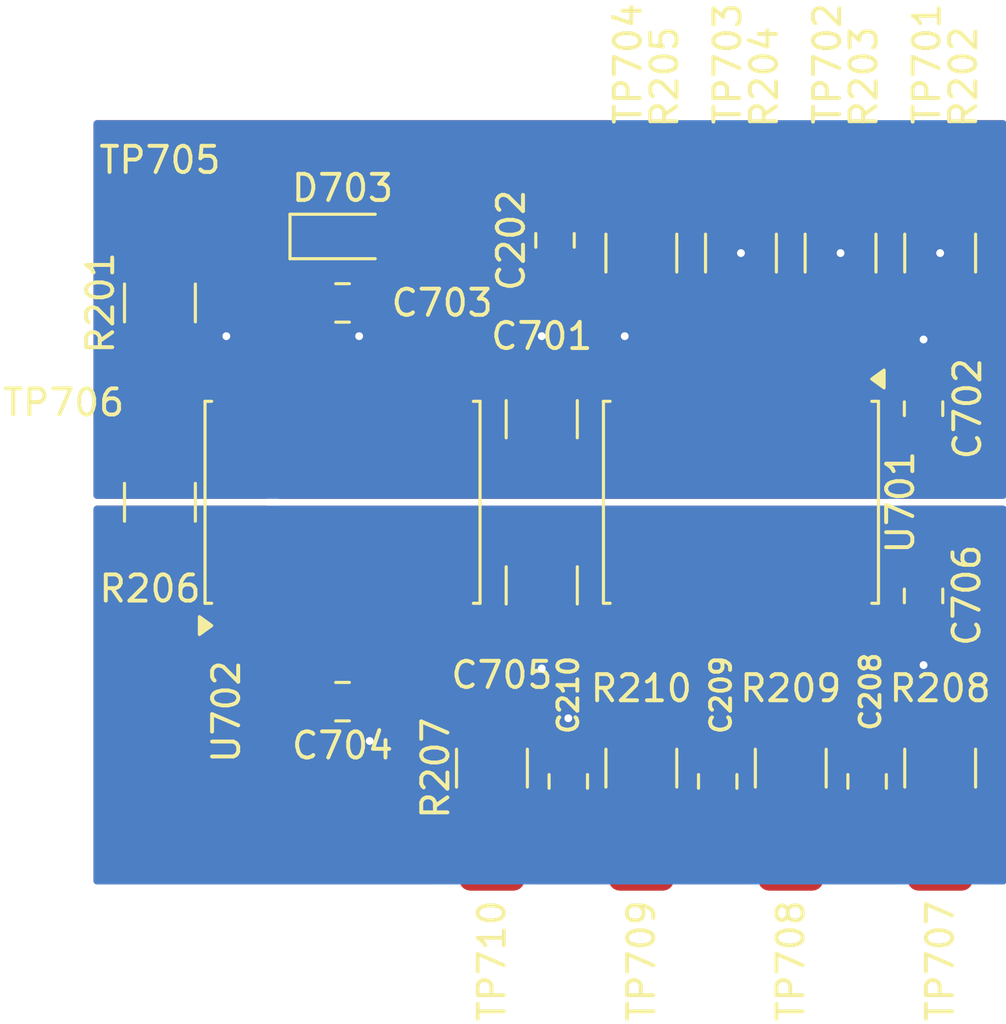
<source format=kicad_pcb>
(kicad_pcb (version 20240108) (generator "pcbnew") (generator_version "8.0")
  (layers (0 "F.Cu" mixed) (31 "B.Cu" mixed) (34 "B.Paste" user) (35 "F.Paste" user) (36 "B.SilkS" user "B.Silkscreen") (37 "F.SilkS" user "F.Silkscreen") (38 "B.Mask" user) (39 "F.Mask" user) (44 "Edge.Cuts" user))
  (net 0 "")
  (net 1 "/SDO_ISO")
  (net 2 "GNDI")
  (net 3 "GND")
  (net 4 "/~{CS}")
  (net 5 "/SCKL")
  (net 6 "/SDI")
  (net 7 "+5VI")
  (net 8 "+5VA_digital-interface")
  (net 9 "/~{CS_ISO}")
  (net 10 "/SCKL_ISO")
  (net 11 "/SDI_ISO")
  (net 12 "/sdo_iso_pin")
  (net 13 "/SDO")
  (net 14 "/~{cs_pin}")
  (net 15 "/sckl_pin")
  (net 16 "/sdi_pin")
  (footprint "enclosure:R_1210_3225Metric_Pad1.30x2.65mm_HandSolder" (layer "F.Cu") (at 85.725 73.66 -90)
    (property "Reference" "R209" (at -3.048 0 180) (layer "F.SilkS"))
    (property "Value" "100")
    (fp_line (start -0.723737 1.355) (end 0.723737 1.355) (stroke (width 0.12)) (layer "F.SilkS"))
    (fp_line (start -0.723737 -1.355) (end 0.723737 -1.355) (stroke (width 0.12)) (layer "F.SilkS"))
    (pad "1" smd roundrect (at -1.55 0 270) (size 1.3 2.65) (layers "F.Cu" "F.Paste" "F.Mask") (roundrect_rratio 0.192308) (net 15 "/sckl_pin"))
    (pad "2" smd roundrect (at 1.55 0 270) (size 1.3 2.65) (layers "F.Cu" "F.Paste" "F.Mask") (roundrect_rratio 0.192308) (net 5 "/SCKL"))
  )
  (footprint "enclosure:TP_0805_2012Metric" (layer "F.Cu") (at 87.63 50.165 180)
    (property "Reference" "TP702" (at 0.508 3.429 -90) (layer "F.SilkS"))
    (property "Value" "~")
    (pad "1" smd roundrect (at 0 0 180) (size 2.5 1.75) (layers "F.Cu" "F.Paste" "F.Mask") (roundrect_rratio 0.243902) (net 10 "/SCKL_ISO"))
  )
  (footprint "enclosure:TP_0805_2012Metric" (layer "F.Cu") (at 61.595 59.69)
    (property "Reference" "TP706" (at -3.683 0 0) (layer "F.SilkS"))
    (property "Value" "~")
    (pad "1" smd roundrect (at 0 0) (size 2.5 1.75) (layers "F.Cu" "F.Paste" "F.Mask") (roundrect_rratio 0.243902) (net 2 "GNDI"))
  )
  (footprint "enclosure:C_0805_2012Metric_Pad1.18x1.45mm_HandSolder" (layer "F.Cu") (at 68.58 71.12 180)
    (property "Reference" "C704" (at 0 -1.68 180) (layer "F.SilkS"))
    (property "Value" "100n")
    (fp_line (start -0.261252 0.735) (end 0.261252 0.735) (stroke (width 0.12)) (layer "F.SilkS"))
    (fp_line (start -0.261252 -0.735) (end 0.261252 -0.735) (stroke (width 0.12)) (layer "F.SilkS"))
    (pad "1" smd roundrect (at -1.0375 0 180) (size 1.175 1.45) (layers "F.Cu" "F.Paste" "F.Mask") (roundrect_rratio 0.212766) (net 3 "GND"))
    (pad "2" smd roundrect (at 1.0375 0 180) (size 1.175 1.45) (layers "F.Cu" "F.Paste" "F.Mask") (roundrect_rratio 0.212766) (net 8 "+5VA_digital-interface"))
  )
  (footprint "enclosure:TP_0805_2012Metric" (layer "F.Cu") (at 80.01 50.165 180)
    (property "Reference" "TP704" (at 0.508 3.429 -90) (layer "F.SilkS"))
    (property "Value" "~")
    (pad "1" smd roundrect (at 0 0 180) (size 2.5 1.75) (layers "F.Cu" "F.Paste" "F.Mask") (roundrect_rratio 0.243902) (net 1 "/SDO_ISO"))
  )
  (footprint "enclosure:C_0805_2012Metric_Pad1.18x1.45mm_HandSolder" (layer "F.Cu") (at 82.931 74.168 -90)
    (property "Reference" "C209" (at -3.302 -0.127 90) (layer "F.SilkS") (effects (font (size 0.762 0.762))))
    (property "Value" "470p")
    (fp_line (start -0.261252 0.735) (end 0.261252 0.735) (stroke (width 0.12)) (layer "F.SilkS"))
    (fp_line (start -0.261252 -0.735) (end 0.261252 -0.735) (stroke (width 0.12)) (layer "F.SilkS"))
    (pad "1" smd roundrect (at -1.0375 0 270) (size 1.175 1.45) (layers "F.Cu" "F.Paste" "F.Mask") (roundrect_rratio 0.212766) (net 3 "GND"))
    (pad "2" smd roundrect (at 1.0375 0 270) (size 1.175 1.45) (layers "F.Cu" "F.Paste" "F.Mask") (roundrect_rratio 0.212766) (net 5 "/SCKL"))
  )
  (footprint "enclosure:R_1210_3225Metric_Pad1.30x2.65mm_HandSolder" (layer "F.Cu") (at 87.63 53.975 -90)
    (property "Reference" "R203" (at -6.731 -0.889 90) (layer "F.SilkS"))
    (property "Value" "1M")
    (fp_line (start -0.723737 1.355) (end 0.723737 1.355) (stroke (width 0.12)) (layer "F.SilkS"))
    (fp_line (start -0.723737 -1.355) (end 0.723737 -1.355) (stroke (width 0.12)) (layer "F.SilkS"))
    (pad "1" smd roundrect (at -1.55 0 270) (size 1.3 2.65) (layers "F.Cu" "F.Paste" "F.Mask") (roundrect_rratio 0.192308) (net 2 "GNDI"))
    (pad "2" smd roundrect (at 1.55 0 270) (size 1.3 2.65) (layers "F.Cu" "F.Paste" "F.Mask") (roundrect_rratio 0.192308) (net 10 "/SCKL_ISO"))
  )
  (footprint "enclosure:TP_0805_2012Metric" (layer "F.Cu") (at 85.725 77.47)
    (property "Reference" "TP708" (at 0 3.556 90) (layer "F.SilkS"))
    (property "Value" "~")
    (pad "1" smd roundrect (at 0 0) (size 2.5 1.75) (layers "F.Cu" "F.Paste" "F.Mask") (roundrect_rratio 0.243902) (net 5 "/SCKL"))
  )
  (footprint "enclosure:R_1210_3225Metric_Pad1.30x2.65mm_HandSolder" (layer "F.Cu") (at 91.44 73.66 -90)
    (property "Reference" "R208" (at -3.048 0 180) (layer "F.SilkS"))
    (property "Value" "100")
    (fp_line (start -0.723737 1.355) (end 0.723737 1.355) (stroke (width 0.12)) (layer "F.SilkS"))
    (fp_line (start -0.723737 -1.355) (end 0.723737 -1.355) (stroke (width 0.12)) (layer "F.SilkS"))
    (pad "1" smd roundrect (at -1.55 0 270) (size 1.3 2.65) (layers "F.Cu" "F.Paste" "F.Mask") (roundrect_rratio 0.192308) (net 14 "/~{cs_pin}"))
    (pad "2" smd roundrect (at 1.55 0 270) (size 1.3 2.65) (layers "F.Cu" "F.Paste" "F.Mask") (roundrect_rratio 0.192308) (net 4 "/~{CS}"))
  )
  (footprint "enclosure:SOIC-16W_7.5x10.3mm_P1.27mm" (layer "F.Cu") (at 68.58 63.5 90)
    (property "Reference" "U702" (at -8.001 -4.445 -90) (layer "F.SilkS"))
    (property "Value" "R05C05TE05S")
    (fp_line (start 3.86 -5.26) (end 3.86 -5.005) (stroke (width 0.12)) (layer "F.SilkS"))
    (fp_line (start 0 -5.26) (end 3.86 -5.26) (stroke (width 0.12)) (layer "F.SilkS"))
    (fp_line (start 0 -5.26) (end -3.86 -5.26) (stroke (width 0.12)) (layer "F.SilkS"))
    (fp_line (start -3.86 -5.26) (end -3.86 -5.005) (stroke (width 0.12)) (layer "F.SilkS"))
    (fp_line (start 3.86 5.26) (end 3.86 5.005) (stroke (width 0.12)) (layer "F.SilkS"))
    (fp_line (start 0 5.26) (end 3.86 5.26) (stroke (width 0.12)) (layer "F.SilkS"))
    (fp_line (start 0 5.26) (end -3.86 5.26) (stroke (width 0.12)) (layer "F.SilkS"))
    (fp_line (start -3.86 5.26) (end -3.86 5.005) (stroke (width 0.12)) (layer "F.SilkS"))
    (fp_poly (pts (xy -4.7125 -5.005) (xy -5.0525 -5.475) (xy -4.3725 -5.475) (xy -4.7125 -5.005)) (stroke (width 0.12)) (fill solid) (layer "F.SilkS"))
    (pad "1" smd roundrect (at -4.65 -4.445 90) (size 2.05 0.6) (layers "F.Cu" "F.Paste" "F.Mask") (net 3 "GND"))
    (pad "2" smd roundrect (at -4.65 -3.175 90) (size 2.05 0.6) (layers "F.Cu" "F.Paste" "F.Mask") (net 3 "GND"))
    (pad "3" smd roundrect (at -4.65 -1.905 90) (size 2.05 0.6) (layers "F.Cu" "F.Paste" "F.Mask") (net 8 "+5VA_digital-interface"))
    (pad "4" smd roundrect (at -4.65 -0.635 90) (size 2.05 0.6) (layers "F.Cu" "F.Paste" "F.Mask") (net 8 "+5VA_digital-interface"))
    (pad "5" smd roundrect (at -4.65 0.635 90) (size 2.05 0.6) (layers "F.Cu" "F.Paste" "F.Mask") (net 3 "GND"))
    (pad "6" smd roundrect (at -4.65 1.905 90) (size 2.05 0.6) (layers "F.Cu" "F.Paste" "F.Mask") (net 3 "GND"))
    (pad "7" smd roundrect (at -4.65 3.175 90) (size 2.05 0.6) (layers "F.Cu" "F.Paste" "F.Mask") (net 3 "GND"))
    (pad "8" smd roundrect (at -4.65 4.445 90) (size 2.05 0.6) (layers "F.Cu" "F.Paste" "F.Mask") (net 3 "GND"))
    (pad "9" smd roundrect (at 4.65 4.445 90) (size 2.05 0.6) (layers "F.Cu" "F.Paste" "F.Mask") (net 2 "GNDI"))
    (pad "10" smd roundrect (at 4.65 3.175 90) (size 2.05 0.6) (layers "F.Cu" "F.Paste" "F.Mask"))
    (pad "11" smd roundrect (at 4.65 1.905 90) (size 2.05 0.6) (layers "F.Cu" "F.Paste" "F.Mask") (net 2 "GNDI"))
    (pad "12" smd roundrect (at 4.65 0.635 90) (size 2.05 0.6) (layers "F.Cu" "F.Paste" "F.Mask") (net 2 "GNDI"))
    (pad "13" smd roundrect (at 4.65 -0.635 90) (size 2.05 0.6) (layers "F.Cu" "F.Paste" "F.Mask") (net 7 "+5VI"))
    (pad "14" smd roundrect (at 4.65 -1.905 90) (size 2.05 0.6) (layers "F.Cu" "F.Paste" "F.Mask") (net 7 "+5VI"))
    (pad "15" smd roundrect (at 4.65 -3.175 90) (size 2.05 0.6) (layers "F.Cu" "F.Paste" "F.Mask") (net 2 "GNDI"))
    (pad "16" smd roundrect (at 4.65 -4.445 90) (size 2.05 0.6) (layers "F.Cu" "F.Paste" "F.Mask") (net 2 "GNDI"))
  )
  (footprint "enclosure:TP_0805_2012Metric" (layer "F.Cu") (at 74.295 77.47)
    (property "Reference" "TP710" (at 0 3.556 90) (layer "F.SilkS"))
    (property "Value" "~")
    (pad "1" smd roundrect (at 0 0) (size 2.5 1.75) (layers "F.Cu" "F.Paste" "F.Mask") (roundrect_rratio 0.243902) (net 13 "/SDO"))
  )
  (footprint "enclosure:R_1210_3225Metric_Pad1.30x2.65mm_HandSolder" (layer "F.Cu") (at 83.82 53.975 -90)
    (property "Reference" "R204" (at -6.731 -0.889 90) (layer "F.SilkS"))
    (property "Value" "1M")
    (fp_line (start -0.723737 1.355) (end 0.723737 1.355) (stroke (width 0.12)) (layer "F.SilkS"))
    (fp_line (start -0.723737 -1.355) (end 0.723737 -1.355) (stroke (width 0.12)) (layer "F.SilkS"))
    (pad "1" smd roundrect (at -1.55 0 270) (size 1.3 2.65) (layers "F.Cu" "F.Paste" "F.Mask") (roundrect_rratio 0.192308) (net 2 "GNDI"))
    (pad "2" smd roundrect (at 1.55 0 270) (size 1.3 2.65) (layers "F.Cu" "F.Paste" "F.Mask") (roundrect_rratio 0.192308) (net 11 "/SDI_ISO"))
  )
  (footprint "enclosure:SOIC-16W_7.5x10.3mm_P1.27mm" (layer "F.Cu") (at 83.82 63.5 -90)
    (property "Reference" "U701" (at 0 -6.1 90) (layer "F.SilkS"))
    (property "Value" "Si8641BD-B-IS2")
    (fp_line (start -3.86 5.26) (end -3.86 5.005) (stroke (width 0.12)) (layer "F.SilkS"))
    (fp_line (start 0 5.26) (end -3.86 5.26) (stroke (width 0.12)) (layer "F.SilkS"))
    (fp_line (start 0 5.26) (end 3.86 5.26) (stroke (width 0.12)) (layer "F.SilkS"))
    (fp_line (start 3.86 5.26) (end 3.86 5.005) (stroke (width 0.12)) (layer "F.SilkS"))
    (fp_line (start -3.86 -5.26) (end -3.86 -5.005) (stroke (width 0.12)) (layer "F.SilkS"))
    (fp_line (start 0 -5.26) (end -3.86 -5.26) (stroke (width 0.12)) (layer "F.SilkS"))
    (fp_line (start 0 -5.26) (end 3.86 -5.26) (stroke (width 0.12)) (layer "F.SilkS"))
    (fp_line (start 3.86 -5.26) (end 3.86 -5.005) (stroke (width 0.12)) (layer "F.SilkS"))
    (fp_poly (pts (xy -4.7125 -5.005) (xy -5.0525 -5.475) (xy -4.3725 -5.475) (xy -4.7125 -5.005)) (stroke (width 0.12)) (fill solid) (layer "F.SilkS"))
    (pad "1" smd roundrect (at -4.65 -4.445 270) (size 2.05 0.6) (layers "F.Cu" "F.Paste" "F.Mask") (net 7 "+5VI"))
    (pad "2" smd roundrect (at -4.65 -3.175 270) (size 2.05 0.6) (layers "F.Cu" "F.Paste" "F.Mask") (net 2 "GNDI"))
    (pad "3" smd roundrect (at -4.65 -1.905 270) (size 2.05 0.6) (layers "F.Cu" "F.Paste" "F.Mask") (net 9 "/~{CS_ISO}"))
    (pad "4" smd roundrect (at -4.65 -0.635 270) (size 2.05 0.6) (layers "F.Cu" "F.Paste" "F.Mask") (net 10 "/SCKL_ISO"))
    (pad "5" smd roundrect (at -4.65 0.635 270) (size 2.05 0.6) (layers "F.Cu" "F.Paste" "F.Mask") (net 11 "/SDI_ISO"))
    (pad "6" smd roundrect (at -4.65 1.905 270) (size 2.05 0.6) (layers "F.Cu" "F.Paste" "F.Mask") (net 12 "/sdo_iso_pin"))
    (pad "7" smd roundrect (at -4.65 3.175 270) (size 2.05 0.6) (layers "F.Cu" "F.Paste" "F.Mask") (net 7 "+5VI"))
    (pad "8" smd roundrect (at -4.65 4.445 270) (size 2.05 0.6) (layers "F.Cu" "F.Paste" "F.Mask") (net 2 "GNDI"))
    (pad "9" smd roundrect (at 4.65 4.445 270) (size 2.05 0.6) (layers "F.Cu" "F.Paste" "F.Mask") (net 3 "GND"))
    (pad "10" smd roundrect (at 4.65 3.175 270) (size 2.05 0.6) (layers "F.Cu" "F.Paste" "F.Mask") (net 8 "+5VA_digital-interface"))
    (pad "11" smd roundrect (at 4.65 1.905 270) (size 2.05 0.6) (layers "F.Cu" "F.Paste" "F.Mask") (net 13 "/SDO"))
    (pad "12" smd roundrect (at 4.65 0.635 270) (size 2.05 0.6) (layers "F.Cu" "F.Paste" "F.Mask") (net 16 "/sdi_pin"))
    (pad "13" smd roundrect (at 4.65 -0.635 270) (size 2.05 0.6) (layers "F.Cu" "F.Paste" "F.Mask") (net 15 "/sckl_pin"))
    (pad "14" smd roundrect (at 4.65 -1.905 270) (size 2.05 0.6) (layers "F.Cu" "F.Paste" "F.Mask") (net 14 "/~{cs_pin}"))
    (pad "15" smd roundrect (at 4.65 -3.175 270) (size 2.05 0.6) (layers "F.Cu" "F.Paste" "F.Mask") (net 3 "GND"))
    (pad "16" smd roundrect (at 4.65 -4.445 270) (size 2.05 0.6) (layers "F.Cu" "F.Paste" "F.Mask") (net 8 "+5VA_digital-interface"))
  )
  (footprint "enclosure:R_1210_3225Metric_Pad1.30x2.65mm_HandSolder" (layer "F.Cu") (at 80.01 53.975 -90)
    (property "Reference" "R205" (at -6.731 -0.889 90) (layer "F.SilkS"))
    (property "Value" "100")
    (fp_line (start -0.723737 1.355) (end 0.723737 1.355) (stroke (width 0.12)) (layer "F.SilkS"))
    (fp_line (start -0.723737 -1.355) (end 0.723737 -1.355) (stroke (width 0.12)) (layer "F.SilkS"))
    (pad "1" smd roundrect (at -1.55 0 270) (size 1.3 2.65) (layers "F.Cu" "F.Paste" "F.Mask") (roundrect_rratio 0.192308) (net 1 "/SDO_ISO"))
    (pad "2" smd roundrect (at 1.55 0 270) (size 1.3 2.65) (layers "F.Cu" "F.Paste" "F.Mask") (roundrect_rratio 0.192308) (net 12 "/sdo_iso_pin"))
  )
  (footprint "enclosure:C_1210_3225Metric_Pad1.33x2.70mm_HandSolder" (layer "F.Cu") (at 76.2 66.675 90)
    (property "Reference" "C705" (at -3.429 -1.524 0) (layer "F.SilkS"))
    (property "Value" "10u")
    (fp_line (start -0.711252 -1.36) (end 0.711252 -1.36) (stroke (width 0.12)) (layer "F.SilkS"))
    (fp_line (start -0.711252 1.36) (end 0.711252 1.36) (stroke (width 0.12)) (layer "F.SilkS"))
    (pad "1" smd roundrect (at -1.5625 0 90) (size 1.325 2.7) (layers "F.Cu" "F.Paste" "F.Mask") (roundrect_rratio 0.188679) (net 3 "GND"))
    (pad "2" smd roundrect (at 1.5625 0 90) (size 1.325 2.7) (layers "F.Cu" "F.Paste" "F.Mask") (roundrect_rratio 0.188679) (net 8 "+5VA_digital-interface"))
  )
  (footprint "enclosure:C_1210_3225Metric_Pad1.33x2.70mm_HandSolder" (layer "F.Cu") (at 76.2 60.325 -90)
    (property "Reference" "C701" (at -3.175 0 180) (layer "F.SilkS"))
    (property "Value" "10u")
    (fp_line (start -0.711252 1.36) (end 0.711252 1.36) (stroke (width 0.12)) (layer "F.SilkS"))
    (fp_line (start -0.711252 -1.36) (end 0.711252 -1.36) (stroke (width 0.12)) (layer "F.SilkS"))
    (pad "1" smd roundrect (at -1.5625 0 270) (size 1.325 2.7) (layers "F.Cu" "F.Paste" "F.Mask") (roundrect_rratio 0.188679) (net 2 "GNDI"))
    (pad "2" smd roundrect (at 1.5625 0 270) (size 1.325 2.7) (layers "F.Cu" "F.Paste" "F.Mask") (roundrect_rratio 0.188679) (net 7 "+5VI"))
  )
  (footprint "enclosure:R_1210_3225Metric_Pad1.30x2.65mm_HandSolder" (layer "F.Cu") (at 91.44 53.975 -90)
    (property "Reference" "R202" (at -6.731 -0.889 90) (layer "F.SilkS"))
    (property "Value" "1M")
    (fp_line (start -0.723737 1.355) (end 0.723737 1.355) (stroke (width 0.12)) (layer "F.SilkS"))
    (fp_line (start -0.723737 -1.355) (end 0.723737 -1.355) (stroke (width 0.12)) (layer "F.SilkS"))
    (pad "1" smd roundrect (at -1.55 0 270) (size 1.3 2.65) (layers "F.Cu" "F.Paste" "F.Mask") (roundrect_rratio 0.192308) (net 2 "GNDI"))
    (pad "2" smd roundrect (at 1.55 0 270) (size 1.3 2.65) (layers "F.Cu" "F.Paste" "F.Mask") (roundrect_rratio 0.192308) (net 9 "/~{CS_ISO}"))
  )
  (footprint "enclosure:R_1210_3225Metric_Pad1.30x2.65mm_HandSolder" (layer "F.Cu") (at 61.595 63.5 -90)
    (property "Reference" "R206" (at 3.302 0.381 180) (layer "F.SilkS"))
    (property "Value" "1M")
    (fp_line (start -0.723737 1.355) (end 0.723737 1.355) (stroke (width 0.12)) (layer "F.SilkS"))
    (fp_line (start -0.723737 -1.355) (end 0.723737 -1.355) (stroke (width 0.12)) (layer "F.SilkS"))
    (pad "1" smd roundrect (at -1.55 0 270) (size 1.3 2.65) (layers "F.Cu" "F.Paste" "F.Mask") (roundrect_rratio 0.192308) (net 2 "GNDI"))
    (pad "2" smd roundrect (at 1.55 0 270) (size 1.3 2.65) (layers "F.Cu" "F.Paste" "F.Mask") (roundrect_rratio 0.192308) (net 3 "GND"))
  )
  (footprint "enclosure:C_0805_2012Metric_Pad1.18x1.45mm_HandSolder" (layer "F.Cu") (at 76.708 53.4885 90)
    (property "Reference" "C202" (at 0 -1.68 -90) (layer "F.SilkS"))
    (property "Value" "470p")
    (fp_line (start -0.261252 -0.735) (end 0.261252 -0.735) (stroke (width 0.12)) (layer "F.SilkS"))
    (fp_line (start -0.261252 0.735) (end 0.261252 0.735) (stroke (width 0.12)) (layer "F.SilkS"))
    (pad "1" smd roundrect (at -1.0375 0 90) (size 1.175 1.45) (layers "F.Cu" "F.Paste" "F.Mask") (roundrect_rratio 0.212766) (net 2 "GNDI"))
    (pad "2" smd roundrect (at 1.0375 0 90) (size 1.175 1.45) (layers "F.Cu" "F.Paste" "F.Mask") (roundrect_rratio 0.212766) (net 1 "/SDO_ISO"))
  )
  (footprint "enclosure:R_1210_3225Metric_Pad1.30x2.65mm_HandSolder" (layer "F.Cu") (at 74.295 73.66 90)
    (property "Reference" "R207" (at 0 -2.159 90) (layer "F.SilkS"))
    (property "Value" "1M")
    (fp_line (start -0.723737 -1.355) (end 0.723737 -1.355) (stroke (width 0.12)) (layer "F.SilkS"))
    (fp_line (start -0.723737 1.355) (end 0.723737 1.355) (stroke (width 0.12)) (layer "F.SilkS"))
    (pad "1" smd roundrect (at -1.55 0 90) (size 1.3 2.65) (layers "F.Cu" "F.Paste" "F.Mask") (roundrect_rratio 0.192308) (net 3 "GND"))
    (pad "2" smd roundrect (at 1.55 0 90) (size 1.3 2.65) (layers "F.Cu" "F.Paste" "F.Mask") (roundrect_rratio 0.192308) (net 13 "/SDO"))
  )
  (footprint "enclosure:TP_0805_2012Metric" (layer "F.Cu") (at 61.595 52.07)
    (property "Reference" "TP705" (at 0 -1.65 0) (layer "F.SilkS"))
    (property "Value" "~")
    (pad "1" smd roundrect (at 0 0) (size 2.5 1.75) (layers "F.Cu" "F.Paste" "F.Mask") (roundrect_rratio 0.243902) (net 7 "+5VI"))
  )
  (footprint "enclosure:R_1210_3225Metric_Pad1.30x2.65mm_HandSolder" (layer "F.Cu") (at 61.595 55.88 90)
    (property "Reference" "R201" (at 0 -2.28 -90) (layer "F.SilkS"))
    (property "Value" "330")
    (fp_line (start -0.723737 -1.355) (end 0.723737 -1.355) (stroke (width 0.12)) (layer "F.SilkS"))
    (fp_line (start -0.723737 1.355) (end 0.723737 1.355) (stroke (width 0.12)) (layer "F.SilkS"))
    (pad "1" smd roundrect (at -1.55 0 90) (size 1.3 2.65) (layers "F.Cu" "F.Paste" "F.Mask") (roundrect_rratio 0.192308) (net 2 "GNDI"))
    (pad "2" smd roundrect (at 1.55 0 90) (size 1.3 2.65) (layers "F.Cu" "F.Paste" "F.Mask") (roundrect_rratio 0.192308) (net 7 "+5VI"))
  )
  (footprint "enclosure:TP_0805_2012Metric" (layer "F.Cu") (at 83.82 50.165 180)
    (property "Reference" "TP703" (at 0.508 3.429 -90) (layer "F.SilkS"))
    (property "Value" "~")
    (pad "1" smd roundrect (at 0 0 180) (size 2.5 1.75) (layers "F.Cu" "F.Paste" "F.Mask") (roundrect_rratio 0.243902) (net 11 "/SDI_ISO"))
  )
  (footprint "enclosure:C_0805_2012Metric_Pad1.18x1.45mm_HandSolder" (layer "F.Cu") (at 90.805 67.0775 90)
    (property "Reference" "C706" (at 0.0215 1.651 -90) (layer "F.SilkS"))
    (property "Value" "100n")
    (fp_line (start -0.261252 -0.735) (end 0.261252 -0.735) (stroke (width 0.12)) (layer "F.SilkS"))
    (fp_line (start -0.261252 0.735) (end 0.261252 0.735) (stroke (width 0.12)) (layer "F.SilkS"))
    (pad "1" smd roundrect (at -1.0375 0 90) (size 1.175 1.45) (layers "F.Cu" "F.Paste" "F.Mask") (roundrect_rratio 0.212766) (net 3 "GND"))
    (pad "2" smd roundrect (at 1.0375 0 90) (size 1.175 1.45) (layers "F.Cu" "F.Paste" "F.Mask") (roundrect_rratio 0.212766) (net 8 "+5VA_digital-interface"))
  )
  (footprint "enclosure:TP_0805_2012Metric" (layer "F.Cu") (at 80.01 77.47)
    (property "Reference" "TP709" (at 0 3.556 90) (layer "F.SilkS"))
    (property "Value" "~")
    (pad "1" smd roundrect (at 0 0) (size 2.5 1.75) (layers "F.Cu" "F.Paste" "F.Mask") (roundrect_rratio 0.243902) (net 6 "/SDI"))
  )
  (footprint "enclosure:C_0805_2012Metric_Pad1.18x1.45mm_HandSolder" (layer "F.Cu") (at 90.805 59.9225 -90)
    (property "Reference" "C702" (at 0 -1.68 90) (layer "F.SilkS"))
    (property "Value" "100n")
    (fp_line (start -0.261252 0.735) (end 0.261252 0.735) (stroke (width 0.12)) (layer "F.SilkS"))
    (fp_line (start -0.261252 -0.735) (end 0.261252 -0.735) (stroke (width 0.12)) (layer "F.SilkS"))
    (pad "1" smd roundrect (at -1.0375 0 270) (size 1.175 1.45) (layers "F.Cu" "F.Paste" "F.Mask") (roundrect_rratio 0.212766) (net 2 "GNDI"))
    (pad "2" smd roundrect (at 1.0375 0 270) (size 1.175 1.45) (layers "F.Cu" "F.Paste" "F.Mask") (roundrect_rratio 0.212766) (net 7 "+5VI"))
  )
  (footprint "enclosure:C_0805_2012Metric_Pad1.18x1.45mm_HandSolder" (layer "F.Cu") (at 68.58 55.88 180)
    (property "Reference" "C703" (at -3.81 0 180) (layer "F.SilkS"))
    (property "Value" "100n")
    (fp_line (start -0.261252 0.735) (end 0.261252 0.735) (stroke (width 0.12)) (layer "F.SilkS"))
    (fp_line (start -0.261252 -0.735) (end 0.261252 -0.735) (stroke (width 0.12)) (layer "F.SilkS"))
    (pad "1" smd roundrect (at -1.0375 0 180) (size 1.175 1.45) (layers "F.Cu" "F.Paste" "F.Mask") (roundrect_rratio 0.212766) (net 2 "GNDI"))
    (pad "2" smd roundrect (at 1.0375 0 180) (size 1.175 1.45) (layers "F.Cu" "F.Paste" "F.Mask") (roundrect_rratio 0.212766) (net 7 "+5VI"))
  )
  (footprint "enclosure:TP_0805_2012Metric" (layer "F.Cu") (at 91.44 50.165 180)
    (property "Reference" "TP701" (at 0.508 3.429 -90) (layer "F.SilkS"))
    (property "Value" "~")
    (pad "1" smd roundrect (at 0 0 180) (size 2.5 1.75) (layers "F.Cu" "F.Paste" "F.Mask") (roundrect_rratio 0.243902) (net 9 "/~{CS_ISO}"))
  )
  (footprint "enclosure:D_SOD-323_HandSoldering" (layer "F.Cu") (at 68.58 53.34)
    (property "Reference" "D703" (at 0 -1.85 0) (layer "F.SilkS"))
    (property "Value" "PDZ5.6B115")
    (fp_line (start -2.01 -0.85) (end -2.01 0.85) (stroke (width 0.12)) (layer "F.SilkS"))
    (fp_line (start -2.01 -0.85) (end 1.25 -0.85) (stroke (width 0.12)) (layer "F.SilkS"))
    (fp_line (start -2.01 0.85) (end 1.25 0.85) (stroke (width 0.12)) (layer "F.SilkS"))
    (pad "1" smd roundrect (at -1.25 0) (size 1 1) (layers "F.Cu" "F.Paste" "F.Mask") (net 7 "+5VI"))
    (pad "2" smd roundrect (at 1.25 0) (size 1 1) (layers "F.Cu" "F.Paste" "F.Mask") (net 2 "GNDI"))
  )
  (footprint "enclosure:R_1210_3225Metric_Pad1.30x2.65mm_HandSolder" (layer "F.Cu") (at 80.01 73.66 -90)
    (property "Reference" "R210" (at -3.048 0 180) (layer "F.SilkS"))
    (property "Value" "100")
    (fp_line (start -0.723737 1.355) (end 0.723737 1.355) (stroke (width 0.12)) (layer "F.SilkS"))
    (fp_line (start -0.723737 -1.355) (end 0.723737 -1.355) (stroke (width 0.12)) (layer "F.SilkS"))
    (pad "1" smd roundrect (at -1.55 0 270) (size 1.3 2.65) (layers "F.Cu" "F.Paste" "F.Mask") (roundrect_rratio 0.192308) (net 16 "/sdi_pin"))
    (pad "2" smd roundrect (at 1.55 0 270) (size 1.3 2.65) (layers "F.Cu" "F.Paste" "F.Mask") (roundrect_rratio 0.192308) (net 6 "/SDI"))
  )
  (footprint "enclosure:C_0805_2012Metric_Pad1.18x1.45mm_HandSolder" (layer "F.Cu") (at 88.646 74.168 -90)
    (property "Reference" "C208" (at -3.429 -0.127 90) (layer "F.SilkS") (effects (font (size 0.762 0.762))))
    (property "Value" "470p")
    (fp_line (start -0.261252 0.735) (end 0.261252 0.735) (stroke (width 0.12)) (layer "F.SilkS"))
    (fp_line (start -0.261252 -0.735) (end 0.261252 -0.735) (stroke (width 0.12)) (layer "F.SilkS"))
    (pad "1" smd roundrect (at -1.0375 0 270) (size 1.175 1.45) (layers "F.Cu" "F.Paste" "F.Mask") (roundrect_rratio 0.212766) (net 3 "GND"))
    (pad "2" smd roundrect (at 1.0375 0 270) (size 1.175 1.45) (layers "F.Cu" "F.Paste" "F.Mask") (roundrect_rratio 0.212766) (net 4 "/~{CS}"))
  )
  (footprint "enclosure:C_0805_2012Metric_Pad1.18x1.45mm_HandSolder" (layer "F.Cu") (at 77.216 74.168 -90)
    (property "Reference" "C210" (at -3.302 0 90) (layer "F.SilkS") (effects (font (size 0.762 0.762))))
    (property "Value" "470p")
    (fp_line (start -0.261252 0.735) (end 0.261252 0.735) (stroke (width 0.12)) (layer "F.SilkS"))
    (fp_line (start -0.261252 -0.735) (end 0.261252 -0.735) (stroke (width 0.12)) (layer "F.SilkS"))
    (pad "1" smd roundrect (at -1.0375 0 270) (size 1.175 1.45) (layers "F.Cu" "F.Paste" "F.Mask") (roundrect_rratio 0.212766) (net 3 "GND"))
    (pad "2" smd roundrect (at 1.0375 0 270) (size 1.175 1.45) (layers "F.Cu" "F.Paste" "F.Mask") (roundrect_rratio 0.212766) (net 6 "/SDI"))
  )
  (footprint "enclosure:TP_0805_2012Metric" (layer "F.Cu") (at 91.44 77.47)
    (property "Reference" "TP707" (at 0 3.556 90) (layer "F.SilkS"))
    (property "Value" "~")
    (pad "1" smd roundrect (at 0 0) (size 2.5 1.75) (layers "F.Cu" "F.Paste" "F.Mask") (roundrect_rratio 0.243902) (net 4 "/~{CS}"))
  )
  (segment (start 80.01 50.165) (end 80.01 52.425) (width 0.508) (layer "F.Cu") (net 1))
  (segment (start 80.01 52.425) (end 76.734 52.425) (width 0.508) (layer "F.Cu") (net 1))
  (segment (start 76.734 52.425) (end 76.708 52.451) (width 0.508) (layer "F.Cu") (net 1))
  (segment (start 76.708 55.161) (end 76.708 58.2545) (width 0.508) (layer "F.Cu") (net 2))
  (segment (start 91.44 52.425) (end 91.44 53.975) (width 0.508) (layer "F.Cu") (net 2))
  (segment (start 69.215 58.85) (end 69.215 57.15) (width 0.508) (layer "F.Cu") (net 2))
  (segment (start 76.1125 58.85) (end 76.2 58.7625) (width 0.508) (layer "F.Cu") (net 2))
  (segment (start 90.805 57.277) (end 90.043 57.277) (width 0.508) (layer "F.Cu") (net 2))
  (segment (start 90.805 58.039) (end 90.043 57.277) (width 0.508) (layer "F.Cu") (net 2))
  (segment (start 69.6175 56.7905) (end 69.6175 55.88) (width 0.508) (layer "F.Cu") (net 2))
  (segment (start 76.2875 58.85) (end 76.2 58.7625) (width 0.508) (layer "F.Cu") (net 2))
  (segment (start 69.215 57.15) (end 69.258 57.15) (width 0.508) (layer "F.Cu") (net 2))
  (segment (start 73.025 57.15) (end 71.755 55.88) (width 0.508) (layer "F.Cu") (net 2))
  (segment (start 62.435 58.85) (end 61.595 59.69) (width 0.508) (layer "F.Cu") (net 2))
  (segment (start 90.043 57.277) (end 87.503 57.277) (width 0.508) (layer "F.Cu") (net 2))
  (segment (start 73.025 58.85) (end 76.1125 58.85) (width 0.508) (layer "F.Cu") (net 2))
  (segment (start 70.485 57.658) (end 69.6175 56.7905) (width 0.508) (layer "F.Cu") (net 2))
  (segment (start 65.405 58.85) (end 64.135 58.85) (width 0.508) (layer "F.Cu") (net 2))
  (segment (start 79.375 58.85) (end 76.2875 58.85) (width 0.508) (layer "F.Cu") (net 2))
  (segment (start 71.755 55.88) (end 69.6175 55.88) (width 0.508) (layer "F.Cu") (net 2))
  (segment (start 69.83 53.34) (end 69.83 55.6675) (width 0.508) (layer "F.Cu") (net 2))
  (segment (start 91.44 53.975) (end 92.837 53.975) (width 0.508) (layer "F.Cu") (net 2))
  (segment (start 69.83 55.6675) (end 69.6175 55.88) (width 0.508) (layer "F.Cu") (net 2))
  (segment (start 70.485 58.85) (end 70.485 57.658) (width 0.508) (layer "F.Cu") (net 2))
  (segment (start 73.025 58.85) (end 73.025 57.15) (width 0.508) (layer "F.Cu") (net 2))
  (segment (start 92.69403 57.277) (end 90.805 57.277) (width 0.508) (layer "F.Cu") (net 2))
  (segment (start 64.135 58.85) (end 64.135 57.15) (width 0.508) (layer "F.Cu") (net 2))
  (segment (start 79.375 57.15) (end 79.375 58.85) (width 0.508) (layer "F.Cu") (net 2))
  (segment (start 76.708 58.2545) (end 76.2 58.7625) (width 0.508) (layer "F.Cu") (net 2))
  (segment (start 93.472 54.61) (end 93.472 56.49903) (width 0.508) (layer "F.Cu") (net 2))
  (segment (start 93.472 56.49903) (end 92.69403 57.277) (width 0.508) (layer "F.Cu") (net 2))
  (segment (start 86.995 57.785) (end 86.995 58.85) (width 0.508) (layer "F.Cu") (net 2))
  (segment (start 92.837 53.975) (end 93.472 54.61) (width 0.508) (layer "F.Cu") (net 2))
  (segment (start 83.82 52.425) (end 83.82 53.975) (width 0.508) (layer "F.Cu") (net 2))
  (segment (start 69.258 57.15) (end 69.6175 56.7905) (width 0.508) (layer "F.Cu") (net 2))
  (segment (start 87.503 57.277) (end 86.995 57.785) (width 0.508) (layer "F.Cu") (net 2))
  (segment (start 61.595 61.95) (end 61.595 57.43) (width 0.508) (layer "F.Cu") (net 2))
  (segment (start 64.135 58.85) (end 62.435 58.85) (width 0.508) (layer "F.Cu") (net 2))
  (segment (start 90.805 58.885) (end 90.805 58.039) (width 0.508) (layer "F.Cu") (net 2))
  (segment (start 87.63 53.975) (end 87.63 52.425) (width 0.508) (layer "F.Cu") (net 2))
  (via (at 76.2 57.15) (size 0.45) (drill 0.3) (layers "F.Cu" "B.Cu") (net 2))
  (via (at 91.44 53.975) (size 0.45) (drill 0.3) (layers "F.Cu" "B.Cu") (net 2))
  (via (at 87.63 53.975) (size 0.45) (drill 0.3) (layers "F.Cu" "B.Cu") (net 2))
  (via (at 69.215 57.15) (size 0.45) (drill 0.3) (layers "F.Cu" "B.Cu") (net 2))
  (via (at 79.375 57.15) (size 0.45) (drill 0.3) (layers "F.Cu" "B.Cu") (net 2))
  (via (at 83.82 53.975) (size 0.45) (drill 0.3) (layers "F.Cu" "B.Cu") (net 2))
  (via (at 90.805 57.277) (size 0.45) (drill 0.3) (layers "F.Cu" "B.Cu") (net 2))
  (via (at 64.135 57.15) (size 0.45) (drill 0.3) (layers "F.Cu" "B.Cu") (net 2))
  (segment (start 83.82 53.975) (end 82.55 53.975) (width 0.508) (layer "B.Cu") (net 2))
  (segment (start 91.44 53.975) (end 87.63 53.975) (width 0.508) (layer "B.Cu") (net 2))
  (segment (start 83.82 53.975) (end 87.63 53.975) (width 0.508) (layer "B.Cu") (net 2))
  (segment (start 82.55 53.975) (end 79.375 57.15) (width 0.508) (layer "B.Cu") (net 2))
  (segment (start 64.135 57.15) (end 69.215 57.15) (width 0.508) (layer "B.Cu") (net 2))
  (segment (start 93.345 71.12) (end 91.948 69.723) (width 0.508) (layer "F.Cu") (net 3))
  (segment (start 68.58 73.66) (end 69.6175 72.6225) (width 0.508) (layer "F.Cu") (net 3))
  (segment (start 79.375 68.15) (end 76.2875 68.15) (width 0.508) (layer "F.Cu") (net 3))
  (segment (start 69.6175 70.0825) (end 69.6175 71.12) (width 0.508) (layer "F.Cu") (net 3))
  (segment (start 90.805 69.723) (end 90.043 69.723) (width 0.508) (layer "F.Cu") (net 3))
  (segment (start 92.71 73.66) (end 93.345 73.025) (width 0.508) (layer "F.Cu") (net 3))
  (segment (start 74.295 74.295) (end 74.93 73.66) (width 0.508) (layer "F.Cu") (net 3))
  (segment (start 88.646 73.1305) (end 89.1755 73.66) (width 0.508) (layer "F.Cu") (net 3))
  (segment (start 69.6175 71.12) (end 69.6175 72.6225) (width 0.508) (layer "F.Cu") (net 3))
  (segment (start 90.805 68.961) (end 91.567 69.723) (width 0.508) (layer "F.Cu") (net 3))
  (segment (start 69.215 68.15) (end 69.215 69.68) (width 0.508) (layer "F.Cu") (net 3))
  (segment (start 77.216 71.755) (end 77.216 73.1305) (width 0.508) (layer "F.Cu") (net 3))
  (segment (start 69.215 68.15) (end 70.485 68.15) (width 0.508) (layer "F.Cu") (net 3))
  (segment (start 89.1755 73.66) (end 92.71 73.66) (width 0.508) (layer "F.Cu") (net 3))
  (segment (start 90.805 69.723) (end 90.805 68.961) (width 0.508) (layer "F.Cu") (net 3))
  (segment (start 93.345 73.025) (end 93.345 71.12) (width 0.508) (layer "F.Cu") (net 3))
  (segment (start 91.948 69.723) (end 90.805 69.723) (width 0.508) (layer "F.Cu") (net 3))
  (segment (start 69.85 69.85) (end 69.6175 70.0825) (width 0.508) (layer "F.Cu") (net 3))
  (segment (start 86.995 68.15) (end 86.995 69.342) (width 0.508) (layer "F.Cu") (net 3))
  (segment (start 74.295 75.21) (end 74.295 74.295) (width 0.508) (layer "F.Cu") (net 3))
  (segment (start 88.1165 73.66) (end 83.4605 73.66) (width 0.508) (layer "F.Cu") (net 3))
  (segment (start 76.2875 68.15) (end 76.2 68.2375) (width 0.508) (layer "F.Cu") (net 3))
  (segment (start 83.4605 73.66) (end 82.931 73.1305) (width 0.508) (layer "F.Cu") (net 3))
  (segment (start 91.567 69.723) (end 91.948 69.723) (width 0.508) (layer "F.Cu") (net 3))
  (segment (start 71.755 68.15) (end 73.025 68.15) (width 0.508) (layer "F.Cu") (net 3))
  (segment (start 90.805 68.961) (end 90.805 68.115) (width 0.508) (layer "F.Cu") (net 3))
  (segment (start 77.216 73.1305) (end 77.7455 73.66) (width 0.508) (layer "F.Cu") (net 3))
  (segment (start 64.135 68.15) (end 62.435 68.15) (width 0.508) (layer "F.Cu") (net 3))
  (segment (start 76.6865 73.66) (end 77.216 73.1305) (width 0.508) (layer "F.Cu") (net 3))
  (segment (start 73.025 68.15) (end 76.1125 68.15) (width 0.508) (layer "F.Cu") (net 3))
  (segment (start 70.485 68.15) (end 70.485 69.85) (width 0.508) (layer "F.Cu") (net 3))
  (segment (start 87.376 69.723) (end 90.043 69.723) (width 0.508) (layer "F.Cu") (net 3))
  (segment (start 64.135 68.15) (end 65.405 68.15) (width 0.508) (layer "F.Cu") (net 3))
  (segment (start 70.485 69.85) (end 69.85 69.85) (width 0.508) (layer "F.Cu") (net 3))
  (segment (start 69.215 69.68) (end 69.6175 70.0825) (width 0.508) (layer "F.Cu") (net 3))
  (segment (start 82.4015 73.66) (end 82.931 73.1305) (width 0.508) (layer "F.Cu") (net 3))
  (segment (start 65.405 73.025) (end 66.04 73.66) (width 0.508) (layer "F.Cu") (net 3))
  (segment (start 77.7455 73.66) (end 82.4015 73.66) (width 0.508) (layer "F.Cu") (net 3))
  (segment (start 76.1125 68.15) (end 76.2 68.2375) (width 0.508) (layer "F.Cu") (net 3))
  (segment (start 61.595 67.31) (end 61.595 65.05) (width 0.508) (layer "F.Cu") (net 3))
  (segment (start 74.93 73.66) (end 76.6865 73.66) (width 0.508) (layer "F.Cu") (net 3))
  (segment (start 90.043 69.723) (end 90.805 68.961) (width 0.508) (layer "F.Cu") (net 3))
  (segment (start 66.04 73.66) (end 68.58 73.66) (width 0.508) (layer "F.Cu") (net 3))
  (segment (start 62.435 68.15) (end 61.595 67.31) (width 0.508) (layer "F.Cu") (net 3))
  (segment (start 65.405 68.15) (end 65.405 73.025) (width 0.508) (layer "F.Cu") (net 3))
  (segment (start 88.646 73.1305) (end 88.1165 73.66) (width 0.508) (layer "F.Cu") (net 3))
  (segment (start 86.995 69.342) (end 87.376 69.723) (width 0.508) (layer "F.Cu") (net 3))
  (segment (start 70.485 68.15) (end 71.755 68.15) (width 0.508) (layer "F.Cu") (net 3))
  (via (at 77.216 71.755) (size 0.45) (drill 0.3) (layers "F.Cu" "B.Cu") (net 3))
  (via (at 76.2 69.85) (size 0.45) (drill 0.3) (layers "F.Cu" "B.Cu") (net 3))
  (via (at 90.805 69.723) (size 0.45) (drill 0.3) (layers "F.Cu" "B.Cu") (net 3))
  (via (at 69.6175 72.6225) (size 0.45) (drill 0.3) (layers "F.Cu" "B.Cu") (net 3))
  (segment (start 77.216 71.755) (end 73.025 71.755) (width 0.508) (layer "B.Cu") (net 3))
  (segment (start 73.025 71.755) (end 72.1575 72.6225) (width 0.508) (layer "B.Cu") (net 3))
  (segment (start 72.1575 72.6225) (end 69.6175 72.6225) (width 0.508) (layer "B.Cu") (net 3))
  (segment (start 88.6505 75.21) (end 88.646 75.2055) (width 0.508) (layer "F.Cu") (net 4))
  (segment (start 91.44 77.47) (end 91.44 75.21) (width 0.508) (layer "F.Cu") (net 4))
  (segment (start 91.44 75.21) (end 88.6505 75.21) (width 0.508) (layer "F.Cu") (net 4))
  (segment (start 85.725 75.21) (end 82.9355 75.21) (width 0.508) (layer "F.Cu") (net 5))
  (segment (start 82.9355 75.21) (end 82.931 75.2055) (width 0.508) (layer "F.Cu") (net 5))
  (segment (start 85.725 77.47) (end 85.725 75.21) (width 0.508) (layer "F.Cu") (net 5))
  (segment (start 80.01 77.47) (end 80.01 75.21) (width 0.508) (layer "F.Cu") (net 6))
  (segment (start 80.01 75.21) (end 77.2205 75.21) (width 0.508) (layer "F.Cu") (net 6))
  (segment (start 77.2205 75.21) (end 77.216 75.2055) (width 0.508) (layer "F.Cu") (net 6))
  (segment (start 66.675 60.96) (end 67.6025 61.8875) (width 0.508) (layer "F.Cu") (net 7))
  (segment (start 79.6675 61.8875) (end 76.2 61.8875) (width 0.508) (layer "F.Cu") (net 7))
  (segment (start 67.945 60.96) (end 68.8725 61.8875) (width 0.508) (layer "F.Cu") (net 7))
  (segment (start 66.675 57.658) (end 67.5425 56.7905) (width 0.508) (layer "F.Cu") (net 7))
  (segment (start 66.675 58.85) (end 66.675 60.96) (width 0.508) (layer "F.Cu") (net 7))
  (segment (start 88.265 58.85) (end 88.265 61.2525) (width 0.508) (layer "F.Cu") (net 7))
  (segment (start 61.595 54.33) (end 64.49 54.33) (width 0.508) (layer "F.Cu") (net 7))
  (segment (start 67.945 58.85) (end 66.675 58.85) (width 0.508) (layer "F.Cu") (net 7))
  (segment (start 80.645 58.85) (end 80.645 60.96) (width 0.508) (layer "F.Cu") (net 7))
  (segment (start 66.675 58.85) (end 66.675 57.658) (width 0.508) (layer "F.Cu") (net 7))
  (segment (start 67.945 58.85) (end 67.945 57.193) (width 0.508) (layer "F.Cu") (net 7))
  (segment (start 61.595 52.07) (end 61.595 54.33) (width 0.508) (layer "F.Cu") (net 7))
  (segment (start 67.6025 61.8875) (end 76.2 61.8875) (width 0.508) (layer "F.Cu") (net 7))
  (segment (start 68.8725 61.8875) (end 76.2 61.8875) (width 0.508) (layer "F.Cu") (net 7))
  (segment (start 88.265 61.2525) (end 87.63 61.8875) (width 0.508) (layer "F.Cu") (net 7))
  (segment (start 89.154 60.96) (end 90.805 60.96) (width 0.508) (layer "F.Cu") (net 7))
  (segment (start 80.645 60.96) (end 79.7175 61.8875) (width 0.508) (layer "F.Cu") (net 7))
  (segment (start 88.3 58.885) (end 88.265 58.85) (width 0.508) (layer "F.Cu") (net 7))
  (segment (start 67.5425 56.7905) (end 67.5425 55.88) (width 0.508) (layer "F.Cu") (net 7))
  (segment (start 67.33 53.34) (end 67.33 55.6675) (width 0.508) (layer "F.Cu") (net 7))
  (segment (start 88.265 60.071) (end 89.154 60.96) (width 0.508) (layer "F.Cu") (net 7))
  (segment (start 67.945 57.193) (end 67.5425 56.7905) (width 0.508) (layer "F.Cu") (net 7))
  (segment (start 79.7175 61.8875) (end 79.6675 61.8875) (width 0.508) (layer "F.Cu") (net 7))
  (segment (start 67.945 58.85) (end 67.945 60.96) (width 0.508) (layer "F.Cu") (net 7))
  (segment (start 66.04 55.88) (end 67.5425 55.88) (width 0.508) (layer "F.Cu") (net 7))
  (segment (start 64.49 54.33) (end 66.04 55.88) (width 0.508) (layer "F.Cu") (net 7))
  (segment (start 87.63 61.8875) (end 79.6675 61.8875) (width 0.508) (layer "F.Cu") (net 7))
  (segment (start 88.265 58.85) (end 88.265 60.071) (width 0.508) (layer "F.Cu") (net 7))
  (segment (start 67.33 55.6675) (end 67.5425 55.88) (width 0.508) (layer "F.Cu") (net 7))
  (segment (start 67.945 66.3825) (end 69.215 65.1125) (width 0.508) (layer "F.Cu") (net 8))
  (segment (start 66.675 66.04) (end 67.6025 65.1125) (width 0.508) (layer "F.Cu") (net 8))
  (segment (start 67.6025 65.1125) (end 69.215 65.1125) (width 0.508) (layer "F.Cu") (net 8))
  (segment (start 67.945 68.15) (end 67.945 69.68) (width 0.508) (layer "F.Cu") (net 8))
  (segment (start 67.945 68.15) (end 67.945 66.3825) (width 0.508) (layer "F.Cu") (net 8))
  (segment (start 88.265 68.15) (end 88.265 66.802) (width 0.508) (layer "F.Cu") (net 8))
  (segment (start 88.265 66.802) (end 89.027 66.04) (width 0.508) (layer "F.Cu") (net 8))
  (segment (start 80.645 65.7475) (end 80.01 65.1125) (width 0.508) (layer "F.Cu") (net 8))
  (segment (start 66.675 69.215) (end 67.5425 70.0825) (width 0.508) (layer "F.Cu") (net 8))
  (segment (start 80.01 65.1125) (end 76.2 65.1125) (width 0.508) (layer "F.Cu") (net 8))
  (segment (start 66.675 68.15) (end 66.675 69.215) (width 0.508) (layer "F.Cu") (net 8))
  (segment (start 87.9725 65.1125) (end 80.01 65.1125) (width 0.508) (layer "F.Cu") (net 8))
  (segment (start 69.215 65.1125) (end 76.2 65.1125) (width 0.508) (layer "F.Cu") (net 8))
  (segment (start 66.675 68.15) (end 66.675 66.04) (width 0.508) (layer "F.Cu") (net 8))
  (segment (start 89.027 66.04) (end 90.805 66.04) (width 0.508) (layer "F.Cu") (net 8))
  (segment (start 88.265 68.15) (end 88.265 65.405) (width 0.508) (layer "F.Cu") (net 8))
  (segment (start 88.265 65.405) (end 87.9725 65.1125) (width 0.508) (layer "F.Cu") (net 8))
  (segment (start 67.945 69.68) (end 67.5425 70.0825) (width 0.508) (layer "F.Cu") (net 8))
  (segment (start 80.645 68.15) (end 80.645 65.7475) (width 0.508) (layer "F.Cu") (net 8))
  (segment (start 67.5425 70.0825) (end 67.5425 71.12) (width 0.508) (layer "F.Cu") (net 8))
  (segment (start 89.535 56.261) (end 89.535 55.753) (width 0.254) (layer "F.Cu") (net 9))
  (segment (start 89.763 55.525) (end 91.44 55.525) (width 0.254) (layer "F.Cu") (net 9))
  (segment (start 89.535 55.753) (end 89.763 55.525) (width 0.254) (layer "F.Cu") (net 9))
  (segment (start 85.725 57.825001) (end 86.908001 56.642) (width 0.254) (layer "F.Cu") (net 9))
  (segment (start 91.44 55.525) (end 89.535 53.62) (width 0.508) (layer "F.Cu") (net 9))
  (segment (start 89.535 50.8) (end 90.17 50.165) (width 0.508) (layer "F.Cu") (net 9))
  (segment (start 89.154 56.642) (end 89.535 56.261) (width 0.254) (layer "F.Cu") (net 9))
  (segment (start 89.535 53.62) (end 89.535 50.8) (width 0.508) (layer "F.Cu") (net 9))
  (segment (start 90.17 50.165) (end 91.44 50.165) (width 0.508) (layer "F.Cu") (net 9))
  (segment (start 86.908001 56.642) (end 89.154 56.642) (width 0.254) (layer "F.Cu") (net 9))
  (segment (start 85.725 58.85) (end 85.725 57.825001) (width 0.254) (layer "F.Cu") (net 9))
  (segment (start 85.725 56.261) (end 85.725 55.88) (width 0.254) (layer "F.Cu") (net 10))
  (segment (start 87.63 55.525) (end 85.725 53.62) (width 0.508) (layer "F.Cu") (net 10))
  (segment (start 86.38 50.165) (end 87.63 50.165) (width 0.508) (layer "F.Cu") (net 10))
  (segment (start 85.725 53.62) (end 85.725 50.82) (width 0.508) (layer "F.Cu") (net 10))
  (segment (start 86.08 55.525) (end 87.63 55.525) (width 0.254) (layer "F.Cu") (net 10))
  (segment (start 84.455 58.85) (end 84.455 57.531) (width 0.254) (layer "F.Cu") (net 10))
  (segment (start 85.725 50.82) (end 86.38 50.165) (width 0.508) (layer "F.Cu") (net 10))
  (segment (start 84.455 57.531) (end 85.725 56.261) (width 0.254) (layer "F.Cu") (net 10))
  (segment (start 85.725 55.88) (end 86.08 55.525) (width 0.254) (layer "F.Cu") (net 10))
  (segment (start 83.185 56.16) (end 83.82 55.525) (width 0.254) (layer "F.Cu") (net 11))
  (segment (start 83.185 58.85) (end 83.185 56.16) (width 0.254) (layer "F.Cu") (net 11))
  (segment (start 83.82 55.525) (end 81.915 53.62) (width 0.508) (layer "F.Cu") (net 11))
  (segment (start 81.915 53.62) (end 81.915 50.82) (width 0.508) (layer "F.Cu") (net 11))
  (segment (start 82.57 50.165) (end 83.82 50.165) (width 0.508) (layer "F.Cu") (net 11))
  (segment (start 81.915 50.82) (end 82.57 50.165) (width 0.508) (layer "F.Cu") (net 11))
  (segment (start 81.915 57.43) (end 81.915 58.85) (width 0.254) (layer "F.Cu") (net 12))
  (segment (start 80.01 55.525) (end 81.915 57.43) (width 0.254) (layer "F.Cu") (net 12))
  (segment (start 80.417 55.525) (end 80.01 55.525) (width 0.254) (layer "F.Cu") (net 12))
  (segment (start 80.223999 70.866) (end 75.539 70.866) (width 0.254) (layer "F.Cu") (net 13))
  (segment (start 72.39 77.47) (end 71.755 76.835) (width 0.508) (layer "F.Cu") (net 13))
  (segment (start 72.67 72.11) (end 74.295 72.11) (width 0.508) (layer "F.Cu") (net 13))
  (segment (start 75.539 70.866) (end 74.295 72.11) (width 0.254) (layer "F.Cu") (net 13))
  (segment (start 81.915 68.15) (end 81.915 69.174999) (width 0.254) (layer "F.Cu") (net 13))
  (segment (start 71.755 73.025) (end 72.67 72.11) (width 0.508) (layer "F.Cu") (net 13))
  (segment (start 81.915 69.174999) (end 80.223999 70.866) (width 0.254) (layer "F.Cu") (net 13))
  (segment (start 71.755 76.835) (end 71.755 73.025) (width 0.508) (layer "F.Cu") (net 13))
  (segment (start 74.295 77.47) (end 72.39 77.47) (width 0.508) (layer "F.Cu") (net 13))
  (segment (start 86.995 70.485) (end 89.815 70.485) (width 0.254) (layer "F.Cu") (net 14))
  (segment (start 85.725 69.215) (end 86.995 70.485) (width 0.254) (layer "F.Cu") (net 14))
  (segment (start 85.725 68.15) (end 85.725 69.215) (width 0.254) (layer "F.Cu") (net 14))
  (segment (start 89.815 70.485) (end 91.44 72.11) (width 0.254) (layer "F.Cu") (net 14))
  (segment (start 84.455 70.84) (end 85.725 72.11) (width 0.254) (layer "F.Cu") (net 15))
  (segment (start 84.455 68.15) (end 84.455 70.84) (width 0.254) (layer "F.Cu") (net 15))
  (segment (start 83.185 68.935) (end 80.01 72.11) (width 0.254) (layer "F.Cu") (net 16))
  (segment (start 83.185 68.15) (end 83.185 68.935) (width 0.254) (layer "F.Cu") (net 16))
  (zone (net 8) (net_name "+5VA_digital-interface") (layer "F.Cu") (priority 100) (connect_pads (clearance 0.254)) (min_thickness 0.254) (fill yes (thermal_gap 0.254) (thermal_bridge_width 0.508))
    (polygon (pts (xy 66.04 63.627) (xy 89.535 63.627) (xy 89.535 66.675) (xy 66.04 66.675)))
  )
  (zone (net 7) (net_name "+5VI") (layer "F.Cu") (priority 100) (connect_pads (clearance 0.254)) (min_thickness 0.254) (fill yes (thermal_gap 0.254) (thermal_bridge_width 0.508))
    (polygon (pts (xy 66.04 60.325) (xy 89.535 60.325) (xy 89.535 63.373) (xy 66.04 63.373)))
  )
  (zone (net 2) (net_name "GNDI") (layers "F&B.Cu") (priority 90) (connect_pads (clearance 0.254)) (min_thickness 0.254) (fill yes (thermal_gap 0.254) (thermal_bridge_width 0.508))
    (polygon (pts (xy 59.055 63.373) (xy 59.055 48.895) (xy 93.98 48.895) (xy 93.98 63.373)))
  )
  (zone (net 3) (net_name "GND") (layers "F&B.Cu") (priority 90) (connect_pads (clearance 0.254)) (min_thickness 0.254) (fill yes (thermal_gap 0.254) (thermal_bridge_width 0.508))
    (polygon (pts (xy 59.055 78.105) (xy 59.055 63.627) (xy 93.98 63.627) (xy 93.98 78.105)))
  )
)
</source>
